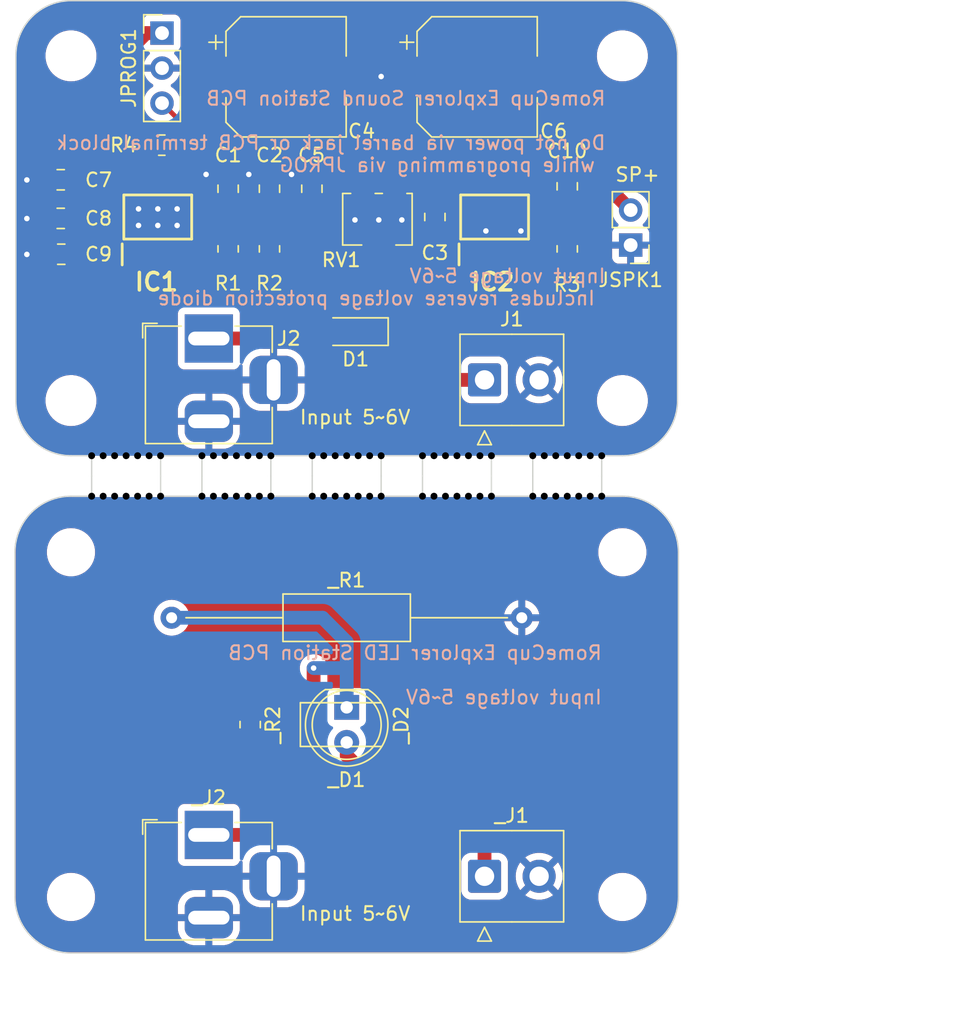
<source format=kicad_pcb>
(kicad_pcb (version 20221018) (generator pcbnew)
  (layers (0 "F.Cu" signal) (31 "B.Cu" signal) (34 "B.Paste" user) (35 "F.Paste" user) (36 "B.SilkS" user "B.Silkscreen") (37 "F.SilkS" user "F.Silkscreen") (38 "B.Mask" user) (39 "F.Mask" user) (44 "Edge.Cuts" user))
  (net 0 "")
  (net 1 "Board_0-/AUDIO_OUT")
  (net 2 "Board_0-/AUDIO_OUT_FILTER")
  (net 3 "Board_0-/DAC_OUT")
  (net 4 "Board_0-/FILTER_OUT")
  (net 5 "Board_0-/PROG")
  (net 6 "Board_0-/PWR")
  (net 7 "Board_0-GND")
  (net 8 "Board_0-Net-(C1-Pad1)")
  (net 9 "Board_0-Net-(C10-Pad1)")
  (net 10 "Board_0-Net-(C5-Pad2)")
  (net 11 "Board_0-Net-(IC2-+INPUT)")
  (net 12 "Board_0-Net-(IC2-GAIN_1)")
  (net 13 "Board_0-Net-(IC2-GAIN_2)")
  (net 14 "Board_0-Net-(JPROG1-Pin_3)")
  (net 15 "Board_0-VCC")
  (net 16 "Board_0-unconnected-(IC1-PA1-Pad4)")
  (net 17 "Board_0-unconnected-(IC1-PA2-Pad5)")
  (net 18 "Board_0-unconnected-(IC1-PA3{slash}EXTCLK-Pad7)")
  (net 19 "Board_0-unconnected-(IC1-PA7-Pad3)")
  (net 20 "Board_0-unconnected-(IC2-BYPASS-Pad7)")
  (net 21 "Board_1-GND")
  (net 22 "Board_1-Net-(D1-K)")
  (net 23 "Board_1-VCC")
  (footprint "NPTH" (layer "F.Cu") (at 143 55.936)
    (fp_text reference "KiKit_MB_7_7" hide)
    (fp_text value "NPTH" hide)
  )
  (footprint "ATTINY412-SSF:SOIC127P600X175-8N" (layer "F.Cu") (at 159.229 35.688 90)
    (fp_text reference "IC2")
    (fp_text value "LM386M-1_NOPB" hide)
  )
  (footprint "Connector_PinHeader_2.54mm:PinHeader_1x03_P2.54mm_Vertical" (layer "F.Cu") (at 135.104 22.349)
    (fp_text reference "JPROG1")
    (fp_text value "Conn_01x03_Pin")
  )
  (footprint "Resistor_SMD:R_0805_2012Metric_Pad1.20x1.40mm_HandSolder" (layer "F.Cu") (at 141.5 72.5 -90)
    (fp_text reference "_R2")
    (fp_text value "R")
  )
  (footprint "NPTH" (layer "F.Cu") (at 132.5 53)
    (fp_text reference "KiKit_MB_1_4" hide)
    (fp_text value "NPTH" hide)
  )
  (footprint "NPTH" (layer "F.Cu") (at 130.833334 53)
    (fp_text reference "KiKit_MB_1_6" hide)
    (fp_text value "NPTH" hide)
  )
  (footprint "Capacitor_SMD:C_0805_2012Metric_Pad1.18x1.45mm_HandSolder" (layer "F.Cu") (at 142.9 33.6375 90)
    (fp_text reference "C2")
    (fp_text value "33pF")
  )
  (footprint "NPTH" (layer "F.Cu") (at 138.833334 53)
    (fp_text reference "KiKit_MB_2_6" hide)
    (fp_text value "NPTH" hide)
  )
  (footprint "NPTH" (layer "F.Cu") (at 146.833334 55.936)
    (fp_text reference "KiKit_MB_8_2" hide)
    (fp_text value "NPTH" hide)
  )
  (footprint "NPTH" (layer "F.Cu") (at 142.166667 55.936)
    (fp_text reference "KiKit_MB_7_6" hide)
    (fp_text value "NPTH" hide)
  )
  (footprint "NPTH" (layer "F.Cu") (at 163.666666 53)
    (fp_text reference "KiKit_MB_5_5" hide)
    (fp_text value "NPTH" hide)
  )
  (footprint "NPTH" (layer "F.Cu") (at 165.333333 53)
    (fp_text reference "KiKit_MB_5_3" hide)
    (fp_text value "NPTH" hide)
  )
  (footprint "NPTH" (layer "F.Cu") (at 162.833333 53)
    (fp_text reference "KiKit_MB_5_6" hide)
    (fp_text value "NPTH" hide)
  )
  (footprint "NPTH" (layer "F.Cu") (at 164.5 55.936)
    (fp_text reference "KiKit_MB_10_4" hide)
    (fp_text value "NPTH" hide)
  )
  (footprint "Capacitor_SMD:C_0805_2012Metric_Pad1.18x1.45mm_HandSolder" (layer "F.Cu") (at 145.975 33.6375 90)
    (fp_text reference "C5")
    (fp_text value "100nF")
  )
  (footprint "NPTH" (layer "F.Cu") (at 166.166666 53)
    (fp_text reference "KiKit_MB_5_2" hide)
    (fp_text value "NPTH" hide)
  )
  (footprint "NPTH" (layer "F.Cu") (at 154 55.936)
    (fp_text reference "KiKit_MB_9_1" hide)
    (fp_text value "NPTH" hide)
  )
  (footprint "NPTH" (layer "F.Cu") (at 148.5 55.936)
    (fp_text reference "KiKit_MB_8_4" hide)
    (fp_text value "NPTH" hide)
  )
  (footprint "NPTH" (layer "F.Cu") (at 134.166667 55.936)
    (fp_text reference "KiKit_MB_6_6" hide)
    (fp_text value "NPTH" hide)
  )
  (footprint "NPTH" (layer "F.Cu") (at 142.166667 53)
    (fp_text reference "KiKit_MB_2_2" hide)
    (fp_text value "NPTH" hide)
  )
  (footprint "NPTH" (layer "F.Cu") (at 135 53)
    (fp_text reference "KiKit_MB_1_1" hide)
    (fp_text value "NPTH" hide)
  )
  (footprint "Capacitor_SMD:CP_Elec_8x10.5" (layer "F.Cu") (at 144.104 25.524)
    (fp_text reference "C4")
    (fp_text value "1000uF")
  )
  (footprint "NPTH" (layer "F.Cu") (at 158.166666 55.936)
    (fp_text reference "KiKit_MB_9_6" hide)
    (fp_text value "NPTH" hide)
  )
  (footprint "MountingHole:MountingHole_3mm" (layer "F.Cu") (at 168.5 85)
    (fp_text reference "_H4" hide)
    (fp_text value "MountingHole")
  )
  (footprint "NPTH" (layer "F.Cu") (at 132.5 55.936)
    (fp_text reference "KiKit_MB_6_4" hide)
    (fp_text value "NPTH" hide)
  )
  (footprint "NPTH" (layer "F.Cu") (at 154 53)
    (fp_text reference "KiKit_MB_4_7" hide)
    (fp_text value "NPTH" hide)
  )
  (footprint "NPTH" (layer "F.Cu") (at 139.666667 53)
    (fp_text reference "KiKit_MB_2_5" hide)
    (fp_text value "NPTH" hide)
  )
  (footprint "NPTH" (layer "F.Cu") (at 130 53)
    (fp_text reference "KiKit_MB_1_7" hide)
    (fp_text value "NPTH" hide)
  )
  (footprint "NPTH" (layer "F.Cu") (at 162 55.936)
    (fp_text reference "KiKit_MB_10_1" hide)
    (fp_text value "NPTH" hide)
  )
  (footprint "NPTH" (layer "F.Cu") (at 143 53)
    (fp_text reference "KiKit_MB_2_1" hide)
    (fp_text value "NPTH" hide)
  )
  (footprint "Resistor_SMD:R_0805_2012Metric_Pad1.20x1.40mm_HandSolder" (layer "F.Cu") (at 164.5 38 -90)
    (fp_text reference "R3")
    (fp_text value "4.7k")
  )
  (footprint "MountingHole:MountingHole_3.2mm_M3" (layer "F.Cu") (at 128.5 49)
    (fp_text reference "H4" hide)
    (fp_text value "MountingHole")
  )
  (footprint "Capacitor_SMD:C_0805_2012Metric_Pad1.18x1.45mm_HandSolder" (layer "F.Cu") (at 154.9 35.6875 90)
    (fp_text reference "C3")
    (fp_text value "10uF")
  )
  (footprint "MountingHole:MountingHole_3.2mm_M3" (layer "F.Cu") (at 168.5 49)
    (fp_text reference "H3" hide)
    (fp_text value "MountingHole")
  )
  (footprint "NPTH" (layer "F.Cu") (at 151 55.936)
    (fp_text reference "KiKit_MB_8_7" hide)
    (fp_text value "NPTH" hide)
  )
  (footprint "LED_THT:LED_D5.0mm" (layer "F.Cu") (at 148.5 71.25 -90)
    (fp_text reference "_D2")
    (fp_text value "LED")
  )
  (footprint "Resistor_SMD:R_0805_2012Metric_Pad1.20x1.40mm_HandSolder" (layer "F.Cu") (at 135.088 30.477)
    (fp_text reference "R4")
    (fp_text value "470")
  )
  (footprint "NPTH" (layer "F.Cu") (at 140.5 53)
    (fp_text reference "KiKit_MB_2_4" hide)
    (fp_text value "NPTH" hide)
  )
  (footprint "Resistor_SMD:R_0805_2012Metric_Pad1.20x1.40mm_HandSolder" (layer "F.Cu") (at 142.9 38 90)
    (fp_text reference "R2")
    (fp_text value "1.2k")
  )
  (footprint "NPTH" (layer "F.Cu") (at 158.166666 53)
    (fp_text reference "KiKit_MB_4_2" hide)
    (fp_text value "NPTH" hide)
  )
  (footprint "MountingHole:MountingHole_3mm" (layer "F.Cu") (at 128.5 85)
    (fp_text reference "_H3" hide)
    (fp_text value "MountingHole")
  )
  (footprint "NPTH" (layer "F.Cu") (at 135 55.936)
    (fp_text reference "KiKit_MB_6_7" hide)
    (fp_text value "NPTH" hide)
  )
  (footprint "NPTH" (layer "F.Cu") (at 154.833333 53)
    (fp_text reference "KiKit_MB_4_6" hide)
    (fp_text value "NPTH" hide)
  )
  (footprint "Connector_BarrelJack:BarrelJack_Horizontal" (layer "F.Cu") (at 138.5 44.5 90)
    (fp_text reference "J2")
    (fp_text value "Conn_01x03_Socket")
  )
  (footprint "Potentiometer_SMD:Potentiometer_Bourns_3214X_Vertical" (layer "F.Cu") (at 150.829 35.85)
    (fp_text reference "RV1")
    (fp_text value "B100k")
  )
  (footprint "Capacitor_SMD:C_0805_2012Metric_Pad1.18x1.45mm_HandSolder" (layer "F.Cu") (at 127.7575 35.788 180)
    (fp_text reference "C8")
    (fp_text value "1uF")
  )
  (footprint "NPTH" (layer "F.Cu") (at 151 53)
    (fp_text reference "KiKit_MB_3_1" hide)
    (fp_text value "NPTH" hide)
  )
  (footprint "NPTH" (layer "F.Cu") (at 154.833333 55.936)
    (fp_text reference "KiKit_MB_9_2" hide)
    (fp_text value "NPTH" hide)
  )
  (footprint "NPTH" (layer "F.Cu") (at 150.166666 55.936)
    (fp_text reference "KiKit_MB_8_6" hide)
    (fp_text value "NPTH" hide)
  )
  (footprint "NPTH" (layer "F.Cu") (at 159 55.936)
    (fp_text reference "KiKit_MB_9_7" hide)
    (fp_text value "NPTH" hide)
  )
  (footprint "NPTH" (layer "F.Cu") (at 130.833334 55.936)
    (fp_text reference "KiKit_MB_6_2" hide)
    (fp_text value "NPTH" hide)
  )
  (footprint "NPTH" (layer "F.Cu") (at 138 55.936)
    (fp_text reference "KiKit_MB_7_1" hide)
    (fp_text value "NPTH" hide)
  )
  (footprint "Capacitor_SMD:C_0805_2012Metric_Pad1.18x1.45mm_HandSolder" (layer "F.Cu") (at 139.9 33.6375 90)
    (fp_text reference "C1")
    (fp_text value "33pF")
  )
  (footprint "NPTH" (layer "F.Cu") (at 149.333333 55.936)
    (fp_text reference "KiKit_MB_8_5" hide)
    (fp_text value "NPTH" hide)
  )
  (footprint "NPTH" (layer "F.Cu") (at 166.166666 55.936)
    (fp_text reference "KiKit_MB_10_6" hide)
    (fp_text value "NPTH" hide)
  )
  (footprint "NPTH" (layer "F.Cu") (at 155.666666 55.936)
    (fp_text reference "KiKit_MB_9_3" hide)
    (fp_text value "NPTH" hide)
  )
  (footprint "NPTH" (layer "F.Cu") (at 167 55.936)
    (fp_text reference "KiKit_MB_10_7" hide)
    (fp_text value "NPTH" hide)
  )
  (footprint "NPTH" (layer "F.Cu") (at 140.5 55.936)
    (fp_text reference "KiKit_MB_7_4" hide)
    (fp_text value "NPTH" hide)
  )
  (footprint "NPTH" (layer "F.Cu") (at 138.833334 55.936)
    (fp_text reference "KiKit_MB_7_2" hide)
    (fp_text value "NPTH" hide)
  )
  (footprint "Resistor_SMD:R_0805_2012Metric_Pad1.20x1.40mm_HandSolder" (layer "F.Cu") (at 139.9 38 90)
    (fp_text reference "R1")
    (fp_text value "1.2k")
  )
  (footprint "Connector_TE-Connectivity:TE_826576-2_1x02_P3.96mm_Vertical" (layer "F.Cu") (at 158.5 83.5)
    (fp_text reference "_J1")
    (fp_text value "Conn_01x02_Socket")
  )
  (footprint "MountingHole:MountingHole_3.2mm_M3" (layer "F.Cu") (at 168.5 24)
    (fp_text reference "H2" hide)
    (fp_text value "MountingHole")
  )
  (footprint "NPTH" (layer "F.Cu") (at 146 55.936)
    (fp_text reference "KiKit_MB_8_1" hide)
    (fp_text value "NPTH" hide)
  )
  (footprint "NPTH" (layer "F.Cu") (at 150.166666 53)
    (fp_text reference "KiKit_MB_3_2" hide)
    (fp_text value "NPTH" hide)
  )
  (footprint "NPTH" (layer "F.Cu") (at 131.666667 53)
    (fp_text reference "KiKit_MB_1_5" hide)
    (fp_text value "NPTH" hide)
  )
  (footprint "NPTH" (layer "F.Cu") (at 149.333333 53)
    (fp_text reference "KiKit_MB_3_3" hide)
    (fp_text value "NPTH" hide)
  )
  (footprint "NPTH" (layer "F.Cu") (at 146.833334 53)
    (fp_text reference "KiKit_MB_3_6" hide)
    (fp_text value "NPTH" hide)
  )
  (footprint "Capacitor_SMD:CP_Elec_8x10.5" (layer "F.Cu") (at 157.964 25.524)
    (fp_text reference "C6")
    (fp_text value "100uF")
  )
  (footprint "Diode_SMD:D_SOD-123" (layer "F.Cu") (at 149.15 44 180)
    (fp_text reference "D1")
    (fp_text value "RB160M3")
  )
  (footprint "NPTH" (layer "F.Cu") (at 141.333334 55.936)
    (fp_text reference "KiKit_MB_7_5" hide)
    (fp_text value "NPTH" hide)
  )
  (footprint "Capacitor_SMD:C_0805_2012Metric_Pad1.18x1.45mm_HandSolder" (layer "F.Cu") (at 127.795 38.388 180)
    (fp_text reference "C9")
    (fp_text value "10uF")
  )
  (footprint "NPTH" (layer "F.Cu") (at 146 53)
    (fp_text reference "KiKit_MB_3_7" hide)
    (fp_text value "NPTH" hide)
  )
  (footprint "MountingHole:MountingHole_3mm" (layer "F.Cu") (at 168.5 60)
    (fp_text reference "_H2" hide)
    (fp_text value "MountingHole")
  )
  (footprint "MountingHole:MountingHole_3mm" (layer "F.Cu") (at 128.5 60)
    (fp_text reference "_H1" hide)
    (fp_text value "MountingHole")
  )
  (footprint "NPTH" (layer "F.Cu") (at 130 55.936)
    (fp_text reference "KiKit_MB_6_1" hide)
    (fp_text value "NPTH" hide)
  )
  (footprint "NPTH" (layer "F.Cu") (at 138 53)
    (fp_text reference "KiKit_MB_2_7" hide)
    (fp_text value "NPTH" hide)
  )
  (footprint "Capacitor_SMD:C_0805_2012Metric_Pad1.18x1.45mm_HandSolder" (layer "F.Cu") (at 164.5 33.4625 90)
    (fp_text reference "C10")
    (fp_text value "100nF")
  )
  (footprint "NPTH" (layer "F.Cu") (at 156.5 53)
    (fp_text reference "KiKit_MB_4_4" hide)
    (fp_text value "NPTH" hide)
  )
  (footprint "NPTH" (layer "F.Cu") (at 131.666667 55.936)
    (fp_text reference "KiKit_MB_6_3" hide)
    (fp_text value "NPTH" hide)
  )
  (footprint "NPTH" (layer "F.Cu") (at 157.333333 53)
    (fp_text reference "KiKit_MB_4_3" hide)
    (fp_text value "NPTH" hide)
  )
  (footprint "NPTH" (layer "F.Cu") (at 156.5 55.936)
    (fp_text reference "KiKit_MB_9_4" hide)
    (fp_text value "NPTH" hide)
  )
  (footprint "NPTH" (layer "F.Cu") (at 134.166667 53)
    (fp_text reference "KiKit_MB_1_2" hide)
    (fp_text value "NPTH" hide)
  )
  (footprint "NPTH" (layer "F.Cu") (at 157.333333 55.936)
    (fp_text reference "KiKit_MB_9_5" hide)
    (fp_text value "NPTH" hide)
  )
  (footprint "Connector_TE-Connectivity:TE_826576-2_1x02_P3.96mm_Vertical" (layer "F.Cu") (at 158.5 47.5)
    (fp_text reference "J1")
    (fp_text value "Conn_01x02_Socket")
  )
  (footprint "NPTH" (layer "F.Cu") (at 167 53)
    (fp_text reference "KiKit_MB_5_1" hide)
    (fp_text value "NPTH" hide)
  )
  (footprint "NPTH" (layer "F.Cu") (at 165.333333 55.936)
    (fp_text reference "KiKit_MB_10_5" hide)
    (fp_text value "NPTH" hide)
  )
  (footprint "NPTH" (layer "F.Cu") (at 147.666667 53)
    (fp_text reference "KiKit_MB_3_5" hide)
    (fp_text value "NPTH" hide)
  )
  (footprint "Resistor_THT:R_Axial_DIN0309_L9.0mm_D3.2mm_P25.40mm_Horizontal" (layer "F.Cu") (at 135.8 64.75)
    (fp_text reference "_R1")
    (fp_text value "R")
  )
  (footprint "NPTH" (layer "F.Cu") (at 133.333334 53)
    (fp_text reference "KiKit_MB_1_3" hide)
    (fp_text value "NPTH" hide)
  )
  (footprint "Connector_BarrelJack:BarrelJack_Horizontal" (layer "F.Cu") (at 138.5 80.5 90)
    (fp_text reference "_J2")
    (fp_text value "Conn_01x03_Socket")
  )
  (footprint "NPTH" (layer "F.Cu") (at 148.5 53)
    (fp_text reference "KiKit_MB_3_4" hide)
    (fp_text value "NPTH" hide)
  )
  (footprint "NPTH" (layer "F.Cu") (at 139.666667 55.936)
    (fp_text reference "KiKit_MB_7_3" hide)
    (fp_text value "NPTH" hide)
  )
  (footprint "NPTH" (layer "F.Cu") (at 162 53)
    (fp_text reference "KiKit_MB_5_7" hide)
    (fp_text value "NPTH" hide)
  )
  (footprint "ATTINY412-SSF:SOIC127P600X175-8N" (layer "F.Cu") (at 134.795 35.688 90)
    (fp_text reference "IC1")
    (fp_text value "ATTINY412-SSF" hide)
  )
  (footprint "NPTH" (layer "F.Cu") (at 163.666666 55.936)
    (fp_text reference "KiKit_MB_10_3" hide)
    (fp_text value "NPTH" hide)
  )
  (footprint "LED_SMD:LED_2010_5025Metric_Pad1.52x2.65mm_HandSolder" (layer "F.Cu") (at 148.5 72.5)
    (fp_text reference "_D1")
    (fp_text value "LED")
  )
  (footprint "Capacitor_SMD:C_0805_2012Metric_Pad1.18x1.45mm_HandSolder" (layer "F.Cu") (at 127.7575 32.988 180)
    (fp_text reference "C7")
    (fp_text value "100nF")
  )
  (footprint "NPTH" (layer "F.Cu") (at 133.333334 55.936)
    (fp_text reference "KiKit_MB_6_5" hide)
    (fp_text value "NPTH" hide)
  )
  (footprint "MountingHole:MountingHole_3.2mm_M3" (layer "F.Cu") (at 128.5 24)
    (fp_text reference "H1" hide)
    (fp_text value "MountingHole")
  )
  (footprint "NPTH" (layer "F.Cu") (at 164.5 53)
    (fp_text reference "KiKit_MB_5_4" hide)
    (fp_text value "NPTH" hide)
  )
  (footprint "NPTH" (layer "F.Cu") (at 141.333334 53)
    (fp_text reference "KiKit_MB_2_3" hide)
    (fp_text value "NPTH" hide)
  )
  (footprint "NPTH" (layer "F.Cu") (at 155.666666 53)
    (fp_text reference "KiKit_MB_4_5" hide)
    (fp_text value "NPTH" hide)
  )
  (footprint "Connector_PinHeader_2.54mm:PinHeader_1x02_P2.54mm_Vertical" (layer "F.Cu") (at 169.1 37.724 180)
    (fp_text reference "JSPK1")
    (fp_text value "Connector_PinHeader_2.54mm:PinHeader_1x02_P2.54mm_Vertical")
  )
  (footprint "NPTH" (layer "F.Cu") (at 147.666667 55.936)
    (fp_text reference "KiKit_MB_8_3" hide)
    (fp_text value "NPTH" hide)
  )
  (footprint "NPTH" (layer "F.Cu") (at 162.833333 55.936)
    (fp_text reference "KiKit_MB_10_2" hide)
    (fp_text value "NPTH" hide)
  )
  (footprint "NPTH" (layer "F.Cu") (at 159 53)
    (fp_text reference "KiKit_MB_4_1" hide)
    (fp_text value "NPTH" hide)
  )
  (gr_line (start 171.835582 87.321634) (end 171.94889 87.149709) (stroke (width 0.1)) (layer "Edge.Cuts"))
  (gr_line (start 126.012401 88.213712) (end 126.178365 88.335582) (stroke (width 0.1)) (layer "Edge.Cuts"))
  (gr_line (start 124.51919 59.181922) (end 124.482864 59.384597) (stroke (width 0.1)) (layer "Edge.Cuts"))
  (gr_line (start 168.702596 20.005133) (end 168.5 20) (stroke (width 0.1)) (layer "Edge.Cuts"))
  (gr_line (start 170.987598 56.786287) (end 170.821634 56.664417) (stroke (width 0.1)) (layer "Edge.Cuts"))
  (gr_line (start 170.472267 88.553344) (end 170.649709 88.44889) (stroke (width 0.1)) (layer "Edge.Cuts"))
  (gr_line (start 172.480809 59.181922) (end 172.434265 58.981348) (stroke (width 0.1)) (layer "Edge.Cuts"))
  (gr_line (start 124.851322 86.789761) (end 124.946655 86.972267) (stroke (width 0.1)) (layer "Edge.Cuts"))
  (gr_line (start 126.35029 88.44889) (end 126.527732 88.553344) (stroke (width 0.1)) (layer "Edge.Cuts"))
  (gr_line (start 127.884597 55.982864) (end 127.681922 56.01919) (stroke (width 0.1)) (layer "Edge.Cuts"))
  (gr_line (start 171.399171 21.244132) (end 171.255867 21.100828) (stroke (width 0.1)) (layer "Edge.Cuts"))
  (gr_line (start 125.416406 57.352822) (end 125.286287 57.512401) (stroke (width 0.1)) (layer "Edge.Cuts"))
  (gr_line (start 169.318077 56.01919) (end 169.115402 55.982864) (stroke (width 0.1)) (layer "Edge.Cuts"))
  (gr_line (start 171.783053 21.714927) (end 171.663102 21.551576) (stroke (width 0.1)) (layer "Edge.Cuts"))
  (gr_line (start 127.088551 88.811024) (end 127.283388 88.877621) (stroke (width 0.1)) (layer "Edge.Cuts"))
  (gr_line (start 124.748991 22.610778) (end 124.683442 22.802547) (stroke (width 0.1)) (layer "Edge.Cuts"))
  (gr_line (start 169.889221 52.751008) (end 170.077423 52.675831) (stroke (width 0.1)) (layer "Edge.Cuts"))
  (gr_line (start 170.441207 20.502613) (end 170.261576 20.408781) (stroke (width 0.1)) (layer "Edge.Cuts"))
  (gr_line (start 171.94889 87.149709) (end 172.053344 86.972267) (stroke (width 0.1)) (layer "Edge.Cuts"))
  (gr_line (start 172.175831 22.422576) (end 172.091218 22.238423) (stroke (width 0.1)) (layer "Edge.Cuts"))
  (gr_line (start 128.294161 55.941216) (end 128.088851 55.956851) (stroke (width 0.1)) (layer "Edge.Cuts"))
  (gr_line (start 169.518651 56.065734) (end 169.318077 56.01919) (stroke (width 0.1)) (layer "Edge.Cuts"))
  (gr_line (start 127.497389 52.872308) (end 127.694805 52.918119) (stroke (width 0.1)) (layer "Edge.Cuts"))
  (gr_line (start 168.705838 55.941216) (end 168.5 55.936) (stroke (width 0.1)) (layer "Edge.Cuts"))
  (gr_line (start 172.453873 23.394288) (end 172.418119 23.194805) (stroke (width 0.1)) (layer "Edge.Cuts"))
  (gr_line (start 172.053344 86.972267) (end 172.148677 86.789761) (stroke (width 0.1)) (layer "Edge.Cuts"))
  (gr_line (start 127.681922 56.01919) (end 127.481348 56.065734) (stroke (width 0.1)) (layer "Edge.Cuts"))
  (gr_line (start 170.077423 20.324168) (end 169.889221 20.248991) (stroke (width 0.1)) (layer "Edge.Cuts"))
  (gr_line (start 172.377621 58.783388) (end 172.311024 58.588551) (stroke (width 0.1)) (layer "Edge.Cuts"))
  (gr_line (start 124.436 85) (end 124.441216 85.205838) (stroke (width 0.1)) (layer "Edge.Cuts"))
  (gr_line (start 125.286287 57.512401) (end 125.164417 57.678365) (stroke (width 0.1)) (layer "Edge.Cuts"))
  (gr_line (start 151 54.468) (end 151 53) (stroke (width 0.1)) (layer "Edge.Cuts"))
  (gr_line (start 170.785072 20.716946) (end 170.615856 20.605422) (stroke (width 0.1)) (layer "Edge.Cuts"))
  (gr_line (start 124.58188 49.805194) (end 124.58188 49.805194) (stroke (width 0.1)) (layer "Edge.Cuts"))
  (gr_line (start 170.785072 52.283053) (end 170.948423 52.163102) (stroke (width 0.1)) (layer "Edge.Cuts"))
  (gr_line (start 128.297403 20.005133) (end 128.095326 20.020522) (stroke (width 0.1)) (layer "Edge.Cuts"))
  (gr_line (start 171.713712 87.487598) (end 171.835582 87.321634) (stroke (width 0.1)) (layer "Edge.Cuts"))
  (gr_line (start 126.178365 56.664417) (end 126.012401 56.786287) (stroke (width 0.1)) (layer "Edge.Cuts"))
  (gr_line (start 124.546126 49.605711) (end 124.58188 49.805194) (stroke (width 0.1)) (layer "Edge.Cuts"))
  (gr_line (start 125.600828 21.244132) (end 125.464967 21.39451) (stroke (width 0.1)) (layer "Edge.Cuts"))
  (gr_line (start 170.289761 56.351322) (end 170.102662 56.265355) (stroke (width 0.1)) (layer "Edge.Cuts"))
  (gr_line (start 124.908781 50.761576) (end 125.002613 50.941207) (stroke (width 0.1)) (layer "Edge.Cuts"))
  (gr_line (start 171.255867 51.899171) (end 171.399171 51.755867) (stroke (width 0.1)) (layer "Edge.Cuts"))
  (gr_line (start 125.216946 21.714927) (end 125.105422 21.884143) (stroke (width 0.1)) (layer "Edge.Cuts"))
  (gr_line (start 172.5 49) (end 172.5 24) (stroke (width 0.1)) (layer "Edge.Cuts"))
  (gr_line (start 143 53) (end 146 53) (stroke (width 0.1)) (layer "Edge.Cuts"))
  (gr_line (start 126.051576 20.836897) (end 125.89451 20.964967) (stroke (width 0.1)) (layer "Edge.Cuts"))
  (gr_line (start 125.051109 87.149709) (end 125.164417 87.321634) (stroke (width 0.1)) (layer "Edge.Cuts"))
  (gr_line (start 172.372308 50.00261) (end 172.418119 49.805194) (stroke (width 0.1)) (layer "Edge.Cuts"))
  (gr_line (start 170.948423 20.836897) (end 170.785072 20.716946) (stroke (width 0.1)) (layer "Edge.Cuts"))
  (gr_line (start 169.50261 20.127691) (end 169.305194 20.08188) (stroke (width 0.1)) (layer "Edge.Cuts"))
  (gr_line (start 124.505133 49.202596) (end 124.520522 49.404673) (stroke (width 0.1)) (layer "Edge.Cuts"))
  (gr_line (start 125.89451 20.964967) (end 125.744132 21.100828) (stroke (width 0.1)) (layer "Edge.Cuts"))
  (gr_line (start 124.58188 49.805194) (end 124.627691 50.00261) (stroke (width 0.1)) (layer "Edge.Cuts"))
  (gr_line (start 172.311024 86.411448) (end 172.377621 86.216611) (stroke (width 0.1)) (layer "Edge.Cuts"))
  (gr_line (start 138 53) (end 138 53) (stroke (width 0.1)) (layer "Edge.Cuts"))
  (gr_line (start 128.294161 89.058783) (end 128.5 89.064) (stroke (width 0.1)) (layer "Edge.Cuts"))
  (gr_line (start 125.051109 57.85029) (end 124.946655 58.027732) (stroke (width 0.1)) (layer "Edge.Cuts"))
  (gr_line (start 169.50261 52.872308) (end 169.697452 52.816557) (stroke (width 0.1)) (layer "Edge.Cuts"))
  (gr_line (start 124.441216 59.794161) (end 124.436 60) (stroke (width 0.1)) (layer "Edge.Cuts"))
  (gr_line (start 171.783053 51.285072) (end 171.894577 51.115856) (stroke (width 0.1)) (layer "Edge.Cuts"))
  (gr_line (start 172.558783 85.205838) (end 172.564 85) (stroke (width 0.1)) (layer "Edge.Cuts"))
  (gr_line (start 126.527732 56.446655) (end 126.35029 56.551109) (stroke (width 0.1)) (layer "Edge.Cuts"))
  (gr_line (start 125.216946 51.285072) (end 125.336897 51.448423) (stroke (width 0.1)) (layer "Edge.Cuts"))
  (gr_line (start 127.481348 56.065734) (end 127.283388 56.122378) (stroke (width 0.1)) (layer "Edge.Cuts"))
  (gr_line (start 143 55.936) (end 143 54.468) (stroke (width 0.1)) (layer "Edge.Cuts"))
  (gr_line (start 125.554442 57.200038) (end 125.416406 57.352822) (stroke (width 0.1)) (layer "Edge.Cuts"))
  (gr_line (start 127.110778 52.751008) (end 127.302547 52.816557) (stroke (width 0.1)) (layer "Edge.Cuts"))
  (gr_line (start 124.765355 58.397337) (end 124.688975 58.588551) (stroke (width 0.1)) (layer "Edge.Cuts"))
  (gr_line (start 124.908781 22.238423) (end 124.824168 22.422576) (stroke (width 0.1)) (layer "Edge.Cuts"))
  (gr_line (start 124.824168 50.577423) (end 124.908781 50.761576) (stroke (width 0.1)) (layer "Edge.Cuts"))
  (gr_line (start 124.565734 58.981348) (end 124.51919 59.181922) (stroke (width 0.1)) (layer "Edge.Cuts"))
  (gr_line (start 125.164417 57.678365) (end 125.051109 57.85029) (stroke (width 0.1)) (layer "Edge.Cuts"))
  (gr_line (start 171.663102 51.448423) (end 171.783053 51.285072) (stroke (width 0.1)) (layer "Edge.Cuts"))
  (gr_line (start 127.681922 88.980809) (end 127.884597 89.017135) (stroke (width 0.1)) (layer "Edge.Cuts"))
  (gr_line (start 124.456851 85.411148) (end 124.482864 85.615402) (stroke (width 0.1)) (layer "Edge.Cuts"))
  (gr_line (start 135 55.936) (end 135 54.468) (stroke (width 0.1)) (layer "Edge.Cuts"))
  (gr_line (start 172.543148 85.411148) (end 172.558783 85.205838) (stroke (width 0.1)) (layer "Edge.Cuts"))
  (gr_line (start 171.997386 50.941207) (end 172.091218 50.761576) (stroke (width 0.1)) (layer "Edge.Cuts"))
  (gr_line (start 125.336897 21.551576) (end 125.216946 21.714927) (stroke (width 0.1)) (layer "Edge.Cuts"))
  (gr_line (start 170.472267 56.446655) (end 170.289761 56.351322) (stroke (width 0.1)) (layer "Edge.Cuts"))
  (gr_line (start 124.456851 59.588851) (end 124.441216 59.794161) (stroke (width 0.1)) (layer "Edge.Cuts"))
  (gr_line (start 127.088551 56.188975) (end 126.897337 56.265355) (stroke (width 0.1)) (layer "Edge.Cuts"))
  (gr_line (start 172.148677 58.210238) (end 172.053344 58.027732) (stroke (width 0.1)) (layer "Edge.Cuts"))
  (gr_line (start 172.316557 22.802547) (end 172.251008 22.610778) (stroke (width 0.1)) (layer "Edge.Cuts"))
  (gr_line (start 169.911448 56.188975) (end 169.716611 56.122378) (stroke (width 0.1)) (layer "Edge.Cuts"))
  (gr_line (start 126.051576 52.163102) (end 126.214927 52.283053) (stroke (width 0.1)) (layer "Edge.Cuts"))
  (gr_line (start 126.012401 56.786287) (end 125.852822 56.916406) (stroke (width 0.1)) (layer "Edge.Cuts"))
  (gr_line (start 126.922576 52.675831) (end 127.110778 52.751008) (stroke (width 0.1)) (layer "Edge.Cuts"))
  (gr_line (start 170.649709 56.551109) (end 170.472267 56.446655) (stroke (width 0.1)) (layer "Edge.Cuts"))
  (gr_line (start 128.095326 52.979477) (end 128.297403 52.994866) (stroke (width 0.1)) (layer "Edge.Cuts"))
  (gr_line (start 124.765355 86.602662) (end 124.851322 86.789761) (stroke (width 0.1)) (layer "Edge.Cuts"))
  (gr_line (start 146 54.468) (end 146 55.936) (stroke (width 0.1)) (layer "Edge.Cuts"))
  (gr_line (start 125.164417 87.321634) (end 125.286287 87.487598) (stroke (width 0.1)) (layer "Edge.Cuts"))
  (gr_line (start 172.091218 50.761576) (end 172.175831 50.577423) (stroke (width 0.1)) (layer "Edge.Cuts"))
  (gr_line (start 170.948423 52.163102) (end 171.105489 52.035032) (stroke (width 0.1)) (layer "Edge.Cuts"))
  (gr_line (start 128.5 89.064) (end 168.5 89.064) (stroke (width 0.1)) (layer "Edge.Cuts"))
  (gr_line (start 127.497389 20.127691) (end 127.302547 20.183442) (stroke (width 0.1)) (layer "Edge.Cuts"))
  (gr_line (start 127.302547 52.816557) (end 127.497389 52.872308) (stroke (width 0.1)) (layer "Edge.Cuts"))
  (gr_line (start 170.441207 52.497386) (end 170.615856 52.394577) (stroke (width 0.1)) (layer "Edge.Cuts"))
  (gr_line (start 126.897337 56.265355) (end 126.710238 56.351322) (stroke (width 0.1)) (layer "Edge.Cuts"))
  (gr_line (start 126.738423 20.408781) (end 126.558792 20.502613) (stroke (width 0.1)) (layer "Edge.Cuts"))
  (gr_line (start 128.5 20) (end 128.297403 20.005133) (stroke (width 0.1)) (layer "Edge.Cuts"))
  (gr_line (start 126.527732 88.553344) (end 126.710238 88.648677) (stroke (width 0.1)) (layer "Edge.Cuts"))
  (gr_line (start 124.482864 59.384597) (end 124.456851 59.588851) (stroke (width 0.1)) (layer "Edge.Cuts"))
  (gr_line (start 127.283388 88.877621) (end 127.481348 88.934265) (stroke (width 0.1)) (layer "Edge.Cuts"))
  (gr_line (start 172.479477 49.404673) (end 172.494866 49.202596) (stroke (width 0.1)) (layer "Edge.Cuts"))
  (gr_line (start 172.558783 59.794161) (end 172.543148 59.588851) (stroke (width 0.1)) (layer "Edge.Cuts"))
  (gr_line (start 171.583593 57.352822) (end 171.445557 57.200038) (stroke (width 0.1)) (layer "Edge.Cuts"))
  (gr_line (start 168.911148 55.956851) (end 168.705838 55.941216) (stroke (width 0.1)) (layer "Edge.Cuts"))
  (gr_line (start 167 53) (end 168.5 53) (stroke (width 0.1)) (layer "Edge.Cuts"))
  (gr_line (start 124.851322 58.210238) (end 124.765355 58.397337) (stroke (width 0.1)) (layer "Edge.Cuts"))
  (gr_line (start 127.894288 20.046126) (end 127.694805 20.08188) (stroke (width 0.1)) (layer "Edge.Cuts"))
  (gr_line (start 171.399171 51.755867) (end 171.535032 51.605489) (stroke (width 0.1)) (layer "Edge.Cuts"))
  (gr_line (start 171.535032 51.605489) (end 171.663102 51.448423) (stroke (width 0.1)) (layer "Edge.Cuts"))
  (gr_line (start 146 53) (end 146 54.468) (stroke (width 0.1)) (layer "Edge.Cuts"))
  (gr_line (start 170.821634 56.664417) (end 170.649709 56.551109) (stroke (width 0.1)) (layer "Edge.Cuts"))
  (gr_line (start 128.088851 89.043148) (end 128.294161 89.058783) (stroke (width 0.1)) (layer "Edge.Cuts"))
  (gr_line (start 172.418119 23.194805) (end 172.372308 22.997389) (stroke (width 0.1)) (layer "Edge.Cuts"))
  (gr_line (start 135 53) (end 138 53) (stroke (width 0.1)) (layer "Edge.Cuts"))
  (gr_line (start 172.175831 50.577423) (end 172.251008 50.389221) (stroke (width 0.1)) (layer "Edge.Cuts"))
  (gr_line (start 171.299961 87.945557) (end 171.445557 87.799961) (stroke (width 0.1)) (layer "Edge.Cuts"))
  (gr_line (start 172.434265 86.018651) (end 172.480809 85.818077) (stroke (width 0.1)) (layer "Edge.Cuts"))
  (gr_line (start 125.600828 51.755867) (end 125.744132 51.899171) (stroke (width 0.1)) (layer "Edge.Cuts"))
  (gr_line (start 127.894288 52.953873) (end 128.095326 52.979477) (stroke (width 0.1)) (layer "Edge.Cuts"))
  (gr_line (start 172.434265 58.981348) (end 172.377621 58.783388) (stroke (width 0.1)) (layer "Edge.Cuts"))
  (gr_line (start 125.002613 50.941207) (end 125.105422 51.115856) (stroke (width 0.1)) (layer "Edge.Cuts"))
  (gr_line (start 126.35029 56.551109) (end 126.178365 56.664417) (stroke (width 0.1)) (layer "Edge.Cuts"))
  (gr_line (start 171.445557 87.799961) (end 171.583593 87.647177) (stroke (width 0.1)) (layer "Edge.Cuts"))
  (gr_line (start 125.700038 57.054442) (end 125.554442 57.200038) (stroke (width 0.1)) (layer "Edge.Cuts"))
  (gr_line (start 169.305194 52.918119) (end 169.50261 52.872308) (stroke (width 0.1)) (layer "Edge.Cuts"))
  (gr_line (start 127.694805 52.918119) (end 127.894288 52.953873) (stroke (width 0.1)) (layer "Edge.Cuts"))
  (gr_line (start 125.105422 21.884143) (end 125.002613 22.058792) (stroke (width 0.1)) (layer "Edge.Cuts"))
  (gr_line (start 170.261576 20.408781) (end 170.077423 20.324168) (stroke (width 0.1)) (layer "Edge.Cuts"))
  (gr_line (start 169.115402 89.017135) (end 169.318077 88.980809) (stroke (width 0.1)) (layer "Edge.Cuts"))
  (gr_line (start 125.464967 51.605489) (end 125.600828 51.755867) (stroke (width 0.1)) (layer "Edge.Cuts"))
  (gr_line (start 172.5 24) (end 172.494866 23.797403) (stroke (width 0.1)) (layer "Edge.Cuts"))
  (gr_line (start 128.297403 52.994866) (end 128.5 53) (stroke (width 0.1)) (layer "Edge.Cuts"))
  (gr_line (start 124.946655 58.027732) (end 124.851322 58.210238) (stroke (width 0.1)) (layer "Edge.Cuts"))
  (gr_line (start 169.518651 88.934265) (end 169.716611 88.877621) (stroke (width 0.1)) (layer "Edge.Cuts"))
  (gr_line (start 172.494866 49.202596) (end 172.5 49) (stroke (width 0.1)) (layer "Edge.Cuts"))
  (gr_line (start 171.535032 21.39451) (end 171.399171 21.244132) (stroke (width 0.1)) (layer "Edge.Cuts"))
  (gr_line (start 124.5 24) (end 124.5 49) (stroke (width 0.1)) (layer "Edge.Cuts"))
  (gr_line (start 162 55.936) (end 159 55.936) (stroke (width 0.1)) (layer "Edge.Cuts"))
  (gr_line (start 171.105489 20.964967) (end 170.948423 20.836897) (stroke (width 0.1)) (layer "Edge.Cuts"))
  (gr_line (start 154 55.936) (end 151 55.936) (stroke (width 0.1)) (layer "Edge.Cuts"))
  (gr_line (start 124.505133 23.797403) (end 124.5 24) (stroke (width 0.1)) (layer "Edge.Cuts"))
  (gr_line (start 151 55.936) (end 151 55.936) (stroke (width 0.1)) (layer "Edge.Cuts"))
  (gr_line (start 159 55.936) (end 159 54.468) (stroke (width 0.1)) (layer "Edge.Cuts"))
  (gr_line (start 159 54.468) (end 159 53) (stroke (width 0.1)) (layer "Edge.Cuts"))
  (gr_line (start 124.824168 22.422576) (end 124.748991 22.610778) (stroke (width 0.1)) (layer "Edge.Cuts"))
  (gr_line (start 126.558792 52.497386) (end 126.738423 52.591218) (stroke (width 0.1)) (layer "Edge.Cuts"))
  (gr_line (start 172.372308 22.997389) (end 172.316557 22.802547) (stroke (width 0.1)) (layer "Edge.Cuts"))
  (gr_line (start 172.053344 58.027732) (end 171.94889 57.85029) (stroke (width 0.1)) (layer "Edge.Cuts"))
  (gr_line (start 168.904673 52.979477) (end 169.105711 52.953873) (stroke (width 0.1)) (layer "Edge.Cuts"))
  (gr_line (start 125.744132 21.100828) (end 125.600828 21.244132) (stroke (width 0.1)) (layer "Edge.Cuts"))
  (gr_line (start 172.517135 85.615402) (end 172.543148 85.411148) (stroke (width 0.1)) (layer "Edge.Cuts"))
  (gr_line (start 143 54.468) (end 143 53) (stroke (width 0.1)) (layer "Edge.Cuts"))
  (gr_line (start 125.700038 87.945557) (end 125.852822 88.083593) (stroke (width 0.1)) (layer "Edge.Cuts"))
  (gr_line (start 169.889221 20.248991) (end 169.697452 20.183442) (stroke (width 0.1)) (layer "Edge.Cuts"))
  (gr_line (start 124.520522 23.595326) (end 124.505133 23.797403) (stroke (width 0.1)) (layer "Edge.Cuts"))
  (gr_line (start 125.002613 22.058792) (end 124.908781 22.238423) (stroke (width 0.1)) (layer "Edge.Cuts"))
  (gr_line (start 172.316557 50.197452) (end 172.372308 50.00261) (stroke (width 0.1)) (layer "Edge.Cuts"))
  (gr_line (start 167 54.468) (end 167 53) (stroke (width 0.1)) (layer "Edge.Cuts"))
  (gr_line (start 159 55.936) (end 159 55.936) (stroke (width 0.1)) (layer "Edge.Cuts"))
  (gr_line (start 128.5 53) (end 130 53) (stroke (width 0.1)) (layer "Edge.Cuts"))
  (gr_line (start 138 55.936) (end 135 55.936) (stroke (width 0.1)) (layer "Edge.Cuts"))
  (gr_line (start 130 55.936) (end 128.5 55.936) (stroke (width 0.1)) (layer "Edge.Cuts"))
  (gr_line (start 172.543148 59.588851) (end 172.517135 59.384597) (stroke (width 0.1)) (layer "Edge.Cuts"))
  (gr_line (start 154 54.468) (end 154 55.936) (stroke (width 0.1)) (layer "Edge.Cuts"))
  (gr_line (start 124.565734 86.018651) (end 124.622378 86.216611) (stroke (width 0.1)) (layer "Edge.Cuts"))
  (gr_line (start 172.234644 86.602662) (end 172.311024 86.411448) (stroke (width 0.1)) (layer "Edge.Cuts"))
  (gr_line (start 138 54.468) (end 138 55.936) (stroke (width 0.1)) (layer "Edge.Cuts"))
  (gr_line (start 171.94889 57.85029) (end 171.835582 57.678365) (stroke (width 0.1)) (layer "Edge.Cuts"))
  (gr_line (start 172.091218 22.238423) (end 171.997386 22.058792) (stroke (width 0.1)) (layer "Edge.Cuts"))
  (gr_line (start 171.997386 22.058792) (end 171.894577 21.884143) (stroke (width 0.1)) (layer "Edge.Cuts"))
  (gr_line (start 127.110778 20.248991) (end 126.922576 20.324168) (stroke (width 0.1)) (layer "Edge.Cuts"))
  (gr_line (start 124.482864 85.615402) (end 124.51919 85.818077) (stroke (width 0.1)) (layer "Edge.Cuts"))
  (gr_line (start 170.615856 52.394577) (end 170.785072 52.283053) (stroke (width 0.1)) (layer "Edge.Cuts"))
  (gr_line (start 126.710238 56.351322) (end 126.527732 56.446655) (stroke (width 0.1)) (layer "Edge.Cuts"))
  (gr_line (start 171.894577 21.884143) (end 171.783053 21.714927) (stroke (width 0.1)) (layer "Edge.Cuts"))
  (gr_line (start 125.105422 51.115856) (end 125.216946 51.285072) (stroke (width 0.1)) (layer "Edge.Cuts"))
  (gr_line (start 171.713712 57.512401) (end 171.583593 57.352822) (stroke (width 0.1)) (layer "Edge.Cuts"))
  (gr_line (start 124.946655 86.972267) (end 125.051109 87.149709) (stroke (width 0.1)) (layer "Edge.Cuts"))
  (gr_line (start 151 53) (end 154 53) (stroke (width 0.1)) (layer "Edge.Cuts"))
  (gr_line (start 125.416406 87.647177) (end 125.554442 87.799961) (stroke (width 0.1)) (layer "Edge.Cuts"))
  (gr_line (start 169.716611 88.877621) (end 169.911448 88.811024) (stroke (width 0.1)) (layer "Edge.Cuts"))
  (gr_line (start 172.517135 59.384597) (end 172.480809 59.181922) (stroke (width 0.1)) (layer "Edge.Cuts"))
  (gr_line (start 171.147177 88.083593) (end 171.299961 87.945557) (stroke (width 0.1)) (layer "Edge.Cuts"))
  (gr_line (start 125.554442 87.799961) (end 125.700038 87.945557) (stroke (width 0.1)) (layer "Edge.Cuts"))
  (gr_line (start 159 53) (end 162 53) (stroke (width 0.1)) (layer "Edge.Cuts"))
  (gr_line (start 169.911448 88.811024) (end 170.102662 88.734644) (stroke (width 0.1)) (layer "Edge.Cuts"))
  (gr_line (start 124.546126 23.394288) (end 124.520522 23.595326) (stroke (width 0.1)) (layer "Edge.Cuts"))
  (gr_line (start 126.738423 52.591218) (end 126.922576 52.675831) (stroke (width 0.1)) (layer "Edge.Cuts"))
  (gr_line (start 170.615856 20.605422) (end 170.441207 20.502613) (stroke (width 0.1)) (layer "Edge.Cuts"))
  (gr_line (start 170.261576 52.591218) (end 170.441207 52.497386) (stroke (width 0.1)) (layer "Edge.Cuts"))
  (gr_line (start 126.384143 52.394577) (end 126.558792 52.497386) (stroke (width 0.1)) (layer "Edge.Cuts"))
  (gr_line (start 128.095326 20.020522) (end 127.894288 20.046126) (stroke (width 0.1)) (layer "Edge.Cuts"))
  (gr_line (start 125.89451 52.035032) (end 126.051576 52.163102) (stroke (width 0.1)) (layer "Edge.Cuts"))
  (gr_line (start 124.627691 50.00261) (end 124.683442 50.197452) (stroke (width 0.1)) (layer "Edge.Cuts"))
  (gr_line (start 138 53) (end 138 54.468) (stroke (width 0.1)) (layer "Edge.Cuts"))
  (gr_line (start 126.214927 20.716946) (end 126.051576 20.836897) (stroke (width 0.1)) (layer "Edge.Cuts"))
  (gr_line (start 172.234644 58.397337) (end 172.148677 58.210238) (stroke (width 0.1)) (layer "Edge.Cuts"))
  (gr_line (start 125.286287 87.487598) (end 125.416406 87.647177) (stroke (width 0.1)) (layer "Edge.Cuts"))
  (gr_line (start 126.897337 88.734644) (end 127.088551 88.811024) (stroke (width 0.1)) (layer "Edge.Cuts"))
  (gr_line (start 162 53) (end 162 54.468) (stroke (width 0.1)) (layer "Edge.Cuts"))
  (gr_line (start 171.299961 57.054442) (end 171.147177 56.916406) (stroke (width 0.1)) (layer "Edge.Cuts"))
  (gr_line (start 171.583593 87.647177) (end 171.713712 87.487598) (stroke (width 0.1)) (layer "Edge.Cuts"))
  (gr_line (start 170.649709 88.44889) (end 170.821634 88.335582) (stroke (width 0.1)) (layer "Edge.Cuts"))
  (gr_line (start 124.520522 49.404673) (end 124.546126 49.605711) (stroke (width 0.1)) (layer "Edge.Cuts"))
  (gr_line (start 169.105711 52.953873) (end 169.305194 52.918119) (stroke (width 0.1)) (layer "Edge.Cuts"))
  (gr_line (start 124.622378 86.216611) (end 124.688975 86.411448) (stroke (width 0.1)) (layer "Edge.Cuts"))
  (gr_line (start 170.289761 88.648677) (end 170.472267 88.553344) (stroke (width 0.1)) (layer "Edge.Cuts"))
  (gr_line (start 126.558792 20.502613) (end 126.384143 20.605422) (stroke (width 0.1)) (layer "Edge.Cuts"))
  (gr_line (start 172.377621 86.216611) (end 172.434265 86.018651) (stroke (width 0.1)) (layer "Edge.Cuts"))
  (gr_line (start 169.318077 88.980809) (end 169.518651 88.934265) (stroke (width 0.1)) (layer "Edge.Cuts"))
  (gr_line (start 172.148677 86.789761) (end 172.234644 86.602662) (stroke (width 0.1)) (layer "Edge.Cuts"))
  (gr_line (start 124.441216 85.205838) (end 124.456851 85.411148) (stroke (width 0.1)) (layer "Edge.Cuts"))
  (gr_line (start 128.5 55.936) (end 128.294161 55.941216) (stroke (width 0.1)) (layer "Edge.Cuts"))
  (gr_line (start 124.5 49) (end 124.505133 49.202596) (stroke (width 0.1)) (layer "Edge.Cuts"))
  (gr_line (start 170.821634 88.335582) (end 170.987598 88.213712) (stroke (width 0.1)) (layer "Edge.Cuts"))
  (gr_line (start 171.894577 51.115856) (end 171.997386 50.941207) (stroke (width 0.1)) (layer "Edge.Cuts"))
  (gr_line (start 151 55.936) (end 151 54.468) (stroke (width 0.1)) (layer "Edge.Cuts"))
  (gr_line (start 172.251008 50.389221) (end 172.316557 50.197452) (stroke (width 0.1)) (layer "Edge.Cuts"))
  (gr_line (start 168.705838 89.058783) (end 168.911148 89.043148) (stroke (width 0.1)) (layer "Edge.Cuts"))
  (gr_line (start 171.445557 57.200038) (end 171.299961 57.054442) (stroke (width 0.1)) (layer "Edge.Cuts"))
  (gr_line (start 171.105489 52.035032) (end 171.255867 51.899171) (stroke (width 0.1)) (layer "Edge.Cuts"))
  (gr_line (start 126.922576 20.324168) (end 126.738423 20.408781) (stroke (width 0.1)) (layer "Edge.Cuts"))
  (gr_line (start 168.5 20) (end 128.5 20) (stroke (width 0.1)) (layer "Edge.Cuts"))
  (gr_line (start 124.436 60) (end 124.436 85) (stroke (width 0.1)) (layer "Edge.Cuts"))
  (gr_line (start 170.077423 52.675831) (end 170.261576 52.591218) (stroke (width 0.1)) (layer "Edge.Cuts"))
  (gr_line (start 172.480809 85.818077) (end 172.517135 85.615402) (stroke (width 0.1)) (layer "Edge.Cuts"))
  (gr_line (start 125.852822 88.083593) (end 126.012401 88.213712) (stroke (width 0.1)) (layer "Edge.Cuts"))
  (gr_line (start 154 53) (end 154 54.468) (stroke (width 0.1)) (layer "Edge.Cuts"))
  (gr_line (start 125.464967 21.39451) (end 125.336897 21.551576) (stroke (width 0.1)) (layer "Edge.Cuts"))
  (gr_line (start 125.336897 51.448423) (end 125.464967 51.605489) (stroke (width 0.1)) (layer "Edge.Cuts"))
  (gr_line (start 124.627691 22.997389) (end 124.58188 23.194805) (stroke (width 0.1)) (layer "Edge.Cuts"))
  (gr_line (start 169.697452 20.183442) (end 169.50261 20.127691) (stroke (width 0.1)) (layer "Edge.Cuts"))
  (gr_line (start 171.255867 21.100828) (end 171.105489 20.964967) (stroke (width 0.1)) (layer "Edge.Cuts"))
  (gr_line (start 171.147177 56.916406) (end 170.987598 56.786287) (stroke (width 0.1)) (layer "Edge.Cuts"))
  (gr_line (start 170.102662 88.734644) (end 170.289761 88.648677) (stroke (width 0.1)) (layer "Edge.Cuts"))
  (gr_line (start 127.884597 89.017135) (end 128.088851 89.043148) (stroke (width 0.1)) (layer "Edge.Cuts"))
  (gr_line (start 124.683442 50.197452) (end 124.748991 50.389221) (stroke (width 0.1)) (layer "Edge.Cuts"))
  (gr_line (start 124.688975 58.588551) (end 124.622378 58.783388) (stroke (width 0.1)) (layer "Edge.Cuts"))
  (gr_line (start 169.305194 20.08188) (end 169.105711 20.046126) (stroke (width 0.1)) (layer "Edge.Cuts"))
  (gr_line (start 124.688975 86.411448) (end 124.765355 86.602662) (stroke (width 0.1)) (layer "Edge.Cuts"))
  (gr_line (start 126.710238 88.648677) (end 126.897337 88.734644) (stroke (width 0.1)) (layer "Edge.Cuts"))
  (gr_line (start 124.683442 22.802547) (end 124.627691 22.997389) (stroke (width 0.1)) (layer "Edge.Cuts"))
  (gr_line (start 172.494866 23.797403) (end 172.479477 23.595326) (stroke (width 0.1)) (layer "Edge.Cuts"))
  (gr_line (start 170.987598 88.213712) (end 171.147177 88.083593) (stroke (width 0.1)) (layer "Edge.Cuts"))
  (gr_line (start 130 53) (end 130 54.468) (stroke (width 0.1)) (layer "Edge.Cuts"))
  (gr_line (start 171.835582 57.678365) (end 171.713712 57.512401) (stroke (width 0.1)) (layer "Edge.Cuts"))
  (gr_line (start 172.564 85) (end 172.564 60) (stroke (width 0.1)) (layer "Edge.Cuts"))
  (gr_line (start 127.302547 20.183442) (end 127.110778 20.248991) (stroke (width 0.1)) (layer "Edge.Cuts"))
  (gr_line (start 169.716611 56.122378) (end 169.518651 56.065734) (stroke (width 0.1)) (layer "Edge.Cuts"))
  (gr_line (start 125.744132 51.899171) (end 125.89451 52.035032) (stroke (width 0.1)) (layer "Edge.Cuts"))
  (gr_line (start 168.5 89.064) (end 168.705838 89.058783) (stroke (width 0.1)) (layer "Edge.Cuts"))
  (gr_line (start 168.911148 89.043148) (end 169.115402 89.017135) (stroke (width 0.1)) (layer "Edge.Cuts"))
  (gr_line (start 172.311024 58.588551) (end 172.234644 58.397337) (stroke (width 0.1)) (layer "Edge.Cuts"))
  (gr_line (start 169.115402 55.982864) (end 168.911148 55.956851) (stroke (width 0.1)) (layer "Edge.Cuts"))
  (gr_line (start 126.178365 88.335582) (end 126.35029 88.44889) (stroke (width 0.1)) (layer "Edge.Cuts"))
  (gr_line (start 124.58188 23.194805) (end 124.546126 23.394288) (stroke (width 0.1)) (layer "Edge.Cuts"))
  (gr_line (start 168.5 53) (end 168.702596 52.994866) (stroke (width 0.1)) (layer "Edge.Cuts"))
  (gr_line (start 135 54.468) (end 135 53) (stroke (width 0.1)) (layer "Edge.Cuts"))
  (gr_line (start 127.283388 56.122378) (end 127.088551 56.188975) (stroke (width 0.1)) (layer "Edge.Cuts"))
  (gr_line (start 172.479477 23.595326) (end 172.453873 23.394288) (stroke (width 0.1)) (layer "Edge.Cuts"))
  (gr_line (start 124.622378 58.783388) (end 124.565734 58.981348) (stroke (width 0.1)) (layer "Edge.Cuts"))
  (gr_line (start 171.663102 21.551576) (end 171.535032 21.39451) (stroke (width 0.1)) (layer "Edge.Cuts"))
  (gr_line (start 172.564 60) (end 172.558783 59.794161) (stroke (width 0.1)) (layer "Edge.Cuts"))
  (gr_line (start 146 55.936) (end 143 55.936) (stroke (width 0.1)) (layer "Edge.Cuts"))
  (gr_line (start 172.418119 49.805194) (end 172.453873 49.605711) (stroke (width 0.1)) (layer "Edge.Cuts"))
  (gr_line (start 172.453873 49.605711) (end 172.479477 49.404673) (stroke (width 0.1)) (layer "Edge.Cuts"))
  (gr_line (start 143 55.936) (end 143 55.936) (stroke (width 0.1)) (layer "Edge.Cuts"))
  (gr_line (start 167 55.936) (end 167 54.468) (stroke (width 0.1)) (layer "Edge.Cuts"))
  (gr_line (start 124.51919 85.818077) (end 124.565734 86.018651) (stroke (width 0.1)) (layer "Edge.Cuts"))
  (gr_line (start 128.088851 55.956851) (end 127.884597 55.982864) (stroke (width 0.1)) (layer "Edge.Cuts"))
  (gr_line (start 130 54.468) (end 130 55.936) (stroke (width 0.1)) (layer "Edge.Cuts"))
  (gr_line (start 169.697452 52.816557) (end 169.889221 52.751008) (stroke (width 0.1)) (layer "Edge.Cuts"))
  (gr_line (start 124.748991 50.389221) (end 124.824168 50.577423) (stroke (width 0.1)) (layer "Edge.Cuts"))
  (gr_line (start 169.105711 20.046126) (end 168.904673 20.020522) (stroke (width 0.1)) (layer "Edge.Cuts"))
  (gr_line (start 126.214927 52.283053) (end 126.384143 52.394577) (stroke (width 0.1)) (layer "Edge.Cuts"))
  (gr_line (start 172.251008 22.610778) (end 172.175831 22.422576) (stroke (width 0.1)) (layer "Edge.Cuts"))
  (gr_line (start 125.852822 56.916406) (end 125.700038 57.054442) (stroke (width 0.1)) (layer "Edge.Cuts"))
  (gr_line (start 170.102662 56.265355) (end 169.911448 56.188975) (stroke (width 0.1)) (layer "Edge.Cuts"))
  (gr_line (start 127.694805 20.08188) (end 127.497389 20.127691) (stroke (width 0.1)) (layer "Edge.Cuts"))
  (gr_line (start 126.384143 20.605422) (end 126.214927 20.716946) (stroke (width 0.1)) (layer "Edge.Cuts"))
  (gr_line (start 162 54.468) (end 162 55.936) (stroke (width 0.1)) (layer "Edge.Cuts"))
  (gr_line (start 168.702596 52.994866) (end 168.904673 52.979477) (stroke (width 0.1)) (layer "Edge.Cuts"))
  (gr_line (start 127.481348 88.934265) (end 127.681922 88.980809) (stroke (width 0.1)) (layer "Edge.Cuts"))
  (gr_line (start 168.904673 20.020522) (end 168.702596 20.005133) (stroke (width 0.1)) (layer "Edge.Cuts"))
  (gr_line (start 168.5 55.936) (end 167 55.936) (stroke (width 0.1)) (layer "Edge.Cuts"))
  (gr_text "RomeCup Explorer Sound Station PCB\n\nDo not power via barrel jack or PCB terminal block\n while programming via JPROG\n\n\n\n\nInput voltage 5~6V\n Includes reverse voltage protection diode" (at 167.362 42.161) (layer "B.SilkS") (effects (font (size 1 1)) (justify left bottom mirror)))
  (gr_text "RomeCup Explorer LED Station PCB\n\nInput voltage 5~6V" (at 167.1 71.1) (layer "B.SilkS") (effects (font (size 1 1)) (justify left bottom mirror)))
  (gr_text "Input 5~6V" (at 145.01 86.797) (layer "F.SilkS") (effects (font (size 1 1)) (justify left bottom)))
  (gr_text "SP+" (at 167.9 33.2) (layer "F.SilkS") (effects (font (size 1 1)) (justify left bottom)))
  (gr_text "Input 5~6V" (at 145.01 50.797) (layer "F.SilkS") (effects (font (size 1 1)) (justify left bottom)))
  (segment (start 154.264 27.412) (end 155.17 28.318) (width 1) (layer "F.Cu") (net 1))
  (segment (start 161.134 28.958) (end 161.774 28.318) (width 1) (layer "F.Cu") (net 1))
  (segment (start 164.5 29.012) (end 164.5 32.425) (width 1) (layer "F.Cu") (net 1))
  (segment (start 161.774 28.318) (end 163.806 28.318) (width 1) (layer "F.Cu") (net 1))
  (segment (start 163.806 28.318) (end 164.5 29.012) (width 1) (layer "F.Cu") (net 1))
  (segment (start 155.17 28.318) (end 160.504 28.318) (width 1) (layer "F.Cu") (net 1))
  (segment (start 161.012 28.318) (end 161.774 28.318) (width 1) (layer "F.Cu") (net 1))
  (segment (start 160.504 28.318) (end 161.012 28.318) (width 1) (layer "F.Cu") (net 1))
  (segment (start 161.134 32.976) (end 161.134 29.08) (width 1) (layer "F.Cu") (net 1))
  (segment (start 160.504 28.45) (end 161.134 29.08) (width 1) (layer "F.Cu") (net 1))
  (segment (start 160.504 28.318) (end 160.504 28.45) (width 1) (layer "F.Cu") (net 1))
  (segment (start 161.134 28.44) (end 161.012 28.318) (width 1) (layer "F.Cu") (net 1))
  (segment (start 154.264 25.524) (end 154.264 27.412) (width 1) (layer "F.Cu") (net 1))
  (segment (start 161.134 29.08) (end 161.134 28.958) (width 1) (layer "F.Cu") (net 1))
  (segment (start 161.134 29.08) (end 161.134 28.44) (width 1) (layer "F.Cu") (net 1))
  (segment (start 164.568 25.524) (end 166.6 27.556) (width 1) (layer "F.Cu") (net 2))
  (segment (start 161.664 25.524) (end 164.568 25.524) (width 1) (layer "F.Cu") (net 2))
  (segment (start 166.6 32.684) (end 169.1 35.184) (width 1) (layer "F.Cu") (net 2))
  (segment (start 166.6 27.556) (end 166.6 32.684) (width 1) (layer "F.Cu") (net 2))
  (segment (start 134.16 39.46) (end 134.7 40) (width 0.35) (layer "F.Cu") (net 3))
  (segment (start 137.519 40) (end 138.519 39) (width 0.35) (layer "F.Cu") (net 3))
  (segment (start 134.16 38.4) (end 134.16 39.46) (width 0.35) (layer "F.Cu") (net 3))
  (segment (start 138.519 39) (end 139.9 39) (width 0.35) (layer "F.Cu") (net 3))
  (segment (start 134.7 40) (end 137.519 40) (width 0.35) (layer "F.Cu") (net 3))
  (segment (start 144.509 34.9728) (end 144.8068 34.675) (width 0.35) (layer "F.Cu") (net 4))
  (segment (start 144.509 34.9728) (end 144.495 34.9728) (width 0.35) (layer "F.Cu") (net 4))
  (segment (start 144.495 34.9728) (end 144.1972 34.675) (width 0.35) (layer "F.Cu") (net 4))
  (segment (start 143.9 37) (end 142.9 37) (width 0.35) (layer "F.Cu") (net 4))
  (segment (start 142.9 34.675) (end 144.1972 34.675) (width 0.35) (layer "F.Cu") (net 4))
  (segment (start 144.5 34.675) (end 144.5 34.9728) (width 0.35) (layer "F.Cu") (net 4))
  (segment (start 144.1972 34.675) (end 144.5 34.675) (width 0.35) (layer "F.Cu") (net 4))
  (segment (start 144.5 34.9728) (end 144.509 34.9728) (width 0.35) (layer "F.Cu") (net 4))
  (segment (start 144.5 34.9728) (end 144.5 36.4) (width 0.35) (layer "F.Cu") (net 4))
  (segment (start 144.5 34.675) (end 144.8068 34.675) (width 0.35) (layer "F.Cu") (net 4))
  (segment (start 144.8068 34.675) (end 145.975 34.675) (width 0.35) (layer "F.Cu") (net 4))
  (segment (start 144.5 36.4) (end 143.9 37) (width 0.35) (layer "F.Cu") (net 4))
  (segment (start 135.104 31.493) (end 135.43 31.819) (width 0.35) (layer "F.Cu") (net 5))
  (segment (start 134.342 31.493) (end 135.104 31.493) (width 0.35) (layer "F.Cu") (net 5))
  (segment (start 135.43 31.819) (end 135.43 32.976) (width 0.35) (layer "F.Cu") (net 5))
  (segment (start 134.088 31.239) (end 134.342 31.493) (width 0.35) (layer "F.Cu") (net 5))
  (segment (start 134.088 30.477) (end 134.088 31.239) (width 0.35) (layer "F.Cu") (net 5))
  (segment (start 146.26 44.65) (end 146.91 44) (width 1) (layer "F.Cu") (net 6))
  (segment (start 147.45 44) (end 146.91 44) (width 1) (layer "F.Cu") (net 6))
  (segment (start 146.26 44.65) (end 145.61 44) (width 1) (layer "F.Cu") (net 6))
  (segment (start 148 47.5) (end 146.26 45.76) (width 1) (layer "F.Cu") (net 6))
  (segment (start 158.5 47.5) (end 148 47.5) (width 1) (layer "F.Cu") (net 6))
  (segment (start 141.5 44.5) (end 138.5 44.5) (width 1) (layer "F.Cu") (net 6))
  (segment (start 145.59 44) (end 142 44) (width 1) (layer "F.Cu") (net 6))
  (segment (start 145.61 44) (end 145.59 44) (width 1) (layer "F.Cu") (net 6))
  (segment (start 146.26 44) (end 145.59 44) (width 1) (layer "F.Cu") (net 6))
  (segment (start 142 44) (end 141.5 44.5) (width 1) (layer "F.Cu") (net 6))
  (segment (start 146.26 45.76) (end 146.26 44.65) (width 1) (layer "F.Cu") (net 6))
  (segment (start 146.91 44) (end 146.26 44) (width 1) (layer "F.Cu") (net 6))
  (segment (start 146.26 44.65) (end 146.26 44) (width 1) (layer "F.Cu") (net 6))
  (segment (start 161.134 36.705) (end 161.139 36.7) (width 0.8) (layer "F.Cu") (net 7))
  (segment (start 158.594 36.705) (end 158.599 36.7) (width 0.3) (layer "F.Cu") (net 7))
  (segment (start 158.599 38.395) (end 158.594 38.4) (width 0.3) (layer "F.Cu") (net 7))
  (via (at 125.3 33) (size 0.8) (drill 0.4) (layers "F.Cu" "B.Cu") (net 7))
  (via (at 151 25.5) (size 0.8) (drill 0.4) (layers "F.Cu" "B.Cu") (net 7))
  (via (at 133.4 36.3) (size 0.8) (drill 0.4) (layers "F.Cu" "B.Cu") (net 7))
  (via (at 138.3 32.6) (size 0.8) (drill 0.4) (layers "F.Cu" "B.Cu") (net 7))
  (via (at 136.2 35.1) (size 0.8) (drill 0.4) (layers "F.Cu" "B.Cu") (net 7))
  (via (at 158.599 36.7) (size 0.8) (drill 0.4) (layers "F.Cu" "B.Cu") (net 7))
  (via (at 152.5 35.9) (size 0.8) (drill 0.4) (layers "F.Cu" "B.Cu") (net 7))
  (via (at 134.8 36.3) (size 0.8) (drill 0.4) (layers "F.Cu" "B.Cu") (net 7))
  (via (at 141.4 32.6) (size 0.8) (drill 0.4) (layers "F.Cu" "B.Cu") (net 7))
  (via (at 136.2 36.3) (size 0.8) (drill 0.4) (layers "F.Cu" "B.Cu") (net 7))
  (via (at 161.139 36.7) (size 0.8) (drill 0.4) (layers "F.Cu" "B.Cu") (net 7))
  (via (at 150.829 35.9) (size 0.8) (drill 0.4) (layers "F.Cu" "B.Cu") (net 7))
  (via (at 133.4 35.1) (size 0.8) (drill 0.4) (layers "F.Cu" "B.Cu") (net 7))
  (via (at 134.8 35.1) (size 0.8) (drill 0.4) (layers "F.Cu" "B.Cu") (net 7))
  (via (at 125.3 35.8) (size 0.8) (drill 0.4) (layers "F.Cu" "B.Cu") (net 7))
  (via (at 125.3 38.4) (size 0.8) (drill 0.4) (layers "F.Cu" "B.Cu") (net 7))
  (via (at 144.5 32.6) (size 0.8) (drill 0.4) (layers "F.Cu" "B.Cu") (net 7))
  (via (at 149.1 35.9) (size 0.8) (drill 0.4) (layers "F.Cu" "B.Cu") (net 7))
  (segment (start 141.5 38.4) (end 141.5 37.3096) (width 0.35) (layer "F.Cu") (net 8))
  (segment (start 141.2 37.0096) (end 141.5 37.3096) (width 0.35) (layer "F.Cu") (net 8))
  (segment (start 139.9 37) (end 141.2 37) (width 0.35) (layer "F.Cu") (net 8))
  (segment (start 141.5 37) (end 141.5 36.7) (width 0.35) (layer "F.Cu") (net 8))
  (segment (start 141.5 36.7) (end 141.5 35.2) (width 0.35) (layer "F.Cu") (net 8))
  (segment (start 141.5 37.3096) (end 141.5 37) (width 0.35) (layer "F.Cu") (net 8))
  (segment (start 142.1 39) (end 141.5 38.4) (width 0.35) (layer "F.Cu") (net 8))
  (segment (start 141.2 37) (end 141.5 36.7) (width 0.35) (layer "F.Cu") (net 8))
  (segment (start 142.9 39) (end 142.1 39) (width 0.35) (layer "F.Cu") (net 8))
  (segment (start 141.2 37.0096) (end 141.2 37) (width 0.35) (layer "F.Cu") (net 8))
  (segment (start 141.5 35.2) (end 140.975 34.675) (width 0.35) (layer "F.Cu") (net 8))
  (segment (start 140.975 34.675) (end 139.9 34.675) (width 0.35) (layer "F.Cu") (net 8))
  (segment (start 141.2 37) (end 141.5 37) (width 0.35) (layer "F.Cu") (net 8))
  (segment (start 164.5 37) (end 164.5 34.5) (width 0.35) (layer "F.Cu") (net 9))
  (segment (start 145.975 32.6) (end 147.7 32.6) (width 0.35) (layer "F.Cu") (net 10))
  (segment (start 148.4 33.3) (end 149.679 33.3) (width 0.35) (layer "F.Cu") (net 10))
  (segment (start 147.7 32.6) (end 148.4 33.3) (width 0.35) (layer "F.Cu") (net 10))
  (segment (start 150.829 39.529) (end 151.7 40.4) (width 0.35) (layer "F.Cu") (net 11))
  (segment (start 159.2 40.4) (end 159.864 39.736) (width 0.35) (layer "F.Cu") (net 11))
  (segment (start 151.7 40.4) (end 159.2 40.4) (width 0.35) (layer "F.Cu") (net 11))
  (segment (start 150.829 38.4) (end 150.829 39.529) (width 0.35) (layer "F.Cu") (net 11))
  (segment (start 159.864 39.736) (end 159.864 38.4) (width 0.35) (layer "F.Cu") (net 11))
  (segment (start 157.324 37.224) (end 157.324 38.4) (width 0.35) (layer "F.Cu") (net 12))
  (segment (start 156.825 36.725) (end 157.324 37.224) (width 0.35) (layer "F.Cu") (net 12))
  (segment (start 154.9 36.725) (end 156.825 36.725) (width 0.35) (layer "F.Cu") (net 12))
  (segment (start 154.9 34.65) (end 156.75 34.65) (width 0.35) (layer "F.Cu") (net 13))
  (segment (start 157.324 34.076) (end 157.324 32.976) (width 0.35) (layer "F.Cu") (net 13))
  (segment (start 156.75 34.65) (end 157.324 34.076) (width 0.35) (layer "F.Cu") (net 13))
  (segment (start 136.088 28.413) (end 135.104 27.429) (width 0.35) (layer "F.Cu") (net 14))
  (segment (start 136.088 30.477) (end 136.088 28.413) (width 0.35) (layer "F.Cu") (net 14))
  (segment (start 151.6 41.4) (end 161.4 41.4) (width 1) (layer "F.Cu") (net 15))
  (segment (start 159.864 32.976) (end 159.864 31.564) (width 1) (layer "F.Cu") (net 15))
  (segment (start 131.93 41.4) (end 150 41.4) (width 1) (layer "F.Cu") (net 15))
  (segment (start 161.4 41.4) (end 162.536 40.264) (width 1) (layer "F.Cu") (net 15))
  (segment (start 150.8 42.2) (end 150.8 41.4) (width 1) (layer "F.Cu") (net 15))
  (segment (start 130.995 38.388) (end 131.007 38.4) (width 1) (layer "F.Cu") (net 15))
  (segment (start 130.337 35.788) (end 130.995 36.446) (width 1) (layer "F.Cu") (net 15))
  (segment (start 130.383 35.788) (end 130.995 35.176) (width 1) (layer "F.Cu") (net 15))
  (segment (start 161.352 34.5) (end 160.336 34.5) (width 1) (layer "F.Cu") (net 15))
  (segment (start 130.397 38.388) (end 130.397 38.314) (width 1) (layer "F.Cu") (net 15))
  (segment (start 130.397 38.388) (end 130.995 38.986) (width 1) (layer "F.Cu") (net 15))
  (segment (start 130.278 35.788) (end 130.995 35.788) (width 1) (layer "F.Cu") (net 15))
  (segment (start 130.389 32.988) (end 130.995 32.382) (width 1) (layer "F.Cu") (net 15))
  (segment (start 130.278 32.988) (end 130.331 32.988) (width 1) (layer "F.Cu") (net 15))
  (segment (start 130.995 38.388) (end 130.995 37.716) (width 1) (layer "F.Cu") (net 15))
  (segment (start 131.802 38.4) (end 131.679 38.4) (width 1) (layer "F.Cu") (net 15))
  (segment (start 131.679 38.4) (end 130.995 37.716) (width 1) (layer "F.Cu") (net 15))
  (segment (start 150.8 41.4) (end 151.6 41.4) (width 1) (layer "F.Cu") (net 15))
  (segment (start 159.864 31.564) (end 158.3 30) (width 1) (layer "F.Cu") (net 15))
  (segment (start 130.995 40.465) (end 130.995 38.986) (width 1) (layer "F.Cu") (net 15))
  (segment (start 150.8 42.2) (end 150 41.4) (width 1) (layer "F.Cu") (net 15))
  (segment (start 130.278 35.788) (end 130.383 35.788) (width 1) (layer "F.Cu") (net 15))
  (segment (start 140.404 27.704) (end 140.404 25.524) (width 1) (layer "F.Cu") (net 15))
  (segment (start 130.995 35.788) (end 130.995 35.176) (width 1) (layer "F.Cu") (net 15))
  (segment (start 133.961 22.349) (end 135.104 22.349) (width 1) (layer "F.Cu") (net 15))
  (segment (start 130.995 33.652) (end 130.995 32.988) (width 1) (layer "F.Cu") (net 15))
  (segment (start 130.331 32.988) (end 130.389 32.988) (width 1) (layer "F.Cu") (net 15))
  (segment (start 130.278 38.388) (end 130.397 38.388) (width 1) (layer "F.Cu") (net 15))
  (segment (start 130.397 38.314) (end 130.995 37.716) (width 1) (layer "F.Cu") (net 15))
  (segment (start 142.7 30) (end 140.404 27.704) (width 1) (layer "F.Cu") (net 15))
  (segment (start 160.336 34.5) (end 159.864 34.028) (width 1) (layer "F.Cu") (net 15))
  (segment (start 130.995 32.382) (end 130.995 25.315) (width 1) (layer "F.Cu") (net 15))
  (segment (start 150.8 42.2) (end 151.6 41.4) (width 1) (layer "F.Cu") (net 15))
  (segment (start 158.3 30) (end 142.7 30) (width 1) (layer "F.Cu") (net 15))
  (segment (start 130.995 35.176) (end 130.995 33.652) (width 1) (layer "F.Cu") (net 15))
  (segment (start 130.278 38.388) (end 130.995 38.388) (width 1) (layer "F.Cu") (net 15))
  (segment (start 130.995 25.315) (end 133.961 22.349) (width 1) (layer "F.Cu") (net 15))
  (segment (start 130.995 36.446) (end 130.995 35.788) (width 1) (layer "F.Cu") (net 15))
  (segment (start 131.679 38.4) (end 131.581 38.4) (width 1) (layer "F.Cu") (net 15))
  (segment (start 130.995 38.986) (end 130.995 38.388) (width 1) (layer "F.Cu") (net 15))
  (segment (start 162.536 40.264) (end 162.536 35.684) (width 1) (layer "F.Cu") (net 15))
  (segment (start 131.581 38.4) (end 130.995 38.986) (width 1) (layer "F.Cu") (net 15))
  (segment (start 130.995 37.716) (end 130.995 36.446) (width 1) (layer "F.Cu") (net 15))
  (segment (start 130.995 32.988) (end 130.995 32.382) (width 1) (layer "F.Cu") (net 15))
  (segment (start 128.795 35.788) (end 130.278 35.788) (width 1) (layer "F.Cu") (net 15))
  (segment (start 159.864 34.028) (end 159.864 32.976) (width 1) (layer "F.Cu") (net 15))
  (segment (start 131.802 38.4) (end 132.89 38.4) (width 1) (layer "F.Cu") (net 15))
  (segment (start 131.93 41.4) (end 130.995 40.465) (width 1) (layer "F.Cu") (net 15))
  (segment (start 150 41.4) (end 150.8 41.4) (width 1) (layer "F.Cu") (net 15))
  (segment (start 130.278 35.788) (end 130.337 35.788) (width 1) (layer "F.Cu") (net 15))
  (segment (start 128.795 32.988) (end 130.278 32.988) (width 1) (layer "F.Cu") (net 15))
  (segment (start 130.331 32.988) (end 130.995 33.652) (width 1) (layer "F.Cu") (net 15))
  (segment (start 128.8325 38.388) (end 130.278 38.388) (width 1) (layer "F.Cu") (net 15))
  (segment (start 131.007 38.4) (end 131.802 38.4) (width 1) (layer "F.Cu") (net 15))
  (segment (start 162.536 35.684) (end 161.352 34.5) (width 1) (layer "F.Cu") (net 15))
  (segment (start 130.278 32.988) (end 130.995 32.988) (width 1) (layer "F.Cu") (net 15))
  (segment (start 150.8 44) (end 150.8 42.2) (width 1) (layer "F.Cu") (net 15))
  (segment (start 146.1 72.4375) (end 146.1625 72.5) (width 1) (layer "F.Cu") (net 22))
  (segment (start 146.1 69.8) (end 142.1 69.8) (width 1) (layer "F.Cu") (net 22))
  (segment (start 141.5 70.4) (end 141.5 71.5) (width 1) (layer "F.Cu") (net 22))
  (segment (start 146.1 68.4) (end 146.1 69.8) (width 1) (layer "F.Cu") (net 22))
  (segment (start 146.1 69.8) (end 146.1 72.4375) (width 1) (layer "F.Cu") (net 22))
  (segment (start 142.1 69.8) (end 141.5 70.4) (width 1) (layer "F.Cu") (net 22))
  (via (at 146.1 68.4) (size 0.8) (drill 0.4) (layers "F.Cu" "B.Cu") (net 22))
  (segment (start 148.5 68.4) (end 148.5 66.5) (width 1) (layer "B.Cu") (net 22))
  (segment (start 147.875 65.875) (end 146.75 64.75) (width 1) (layer "B.Cu") (net 22))
  (segment (start 146.1 68.4) (end 148.5 68.4) (width 1) (layer "B.Cu") (net 22))
  (segment (start 148.5 71.25) (end 148.5 68.4) (width 1) (layer "B.Cu") (net 22))
  (segment (start 146.75 64.75) (end 135.8 64.75) (width 1) (layer "B.Cu") (net 22))
  (segment (start 148.5 66.5) (end 147.875 65.875) (width 1) (layer "B.Cu") (net 22))
  (segment (start 157.5 80.5) (end 158.5 81.5) (width 1) (layer "F.Cu") (net 23))
  (segment (start 138.5 80.5) (end 151 80.5) (width 1) (layer "F.Cu") (net 23))
  (segment (start 151 80.5) (end 157.5 80.5) (width 1) (layer "F.Cu") (net 23))
  (segment (start 149.25 75.5) (end 150.8375 75.5) (width 1) (layer "F.Cu") (net 23))
  (segment (start 158.5 81.5) (end 158.5 83.5) (width 1) (layer "F.Cu") (net 23))
  (segment (start 148.5 74.75) (end 149.25 75.5) (width 1) (layer "F.Cu") (net 23))
  (segment (start 150.8375 75.5) (end 150.8375 80.3375) (width 1) (layer "F.Cu") (net 23))
  (segment (start 150.8375 72.5) (end 150.8375 75.5) (width 1) (layer "F.Cu") (net 23))
  (segment (start 150.8375 80.3375) (end 151 80.5) (width 1) (layer "F.Cu") (net 23))
  (segment (start 148.5 73.79) (end 148.5 74.75) (width 1) (layer "F.Cu") (net 23))
  (zone (net 7) (net_name "Board_0-GND") (layers "F&B.Cu") (connect_pads (clearance 0.5)) (min_thickness 0.25) (fill yes (thermal_gap 0.5) (thermal_bridge_width 0.5))
    (polygon (pts (xy 172.5 20) (xy 124.5 20) (xy 124.5 53) (xy 172.5 53)))
  )
  (zone (net 21) (net_name "Board_1-GND") (layers "F&B.Cu") (connect_pads (clearance 0.5)) (min_thickness 0.25) (fill yes (thermal_gap 0.5) (thermal_bridge_width 0.5))
    (polygon (pts (xy 172.5 56) (xy 124.5 56) (xy 124.5 89) (xy 172.7 89)))
  )
)
</source>
